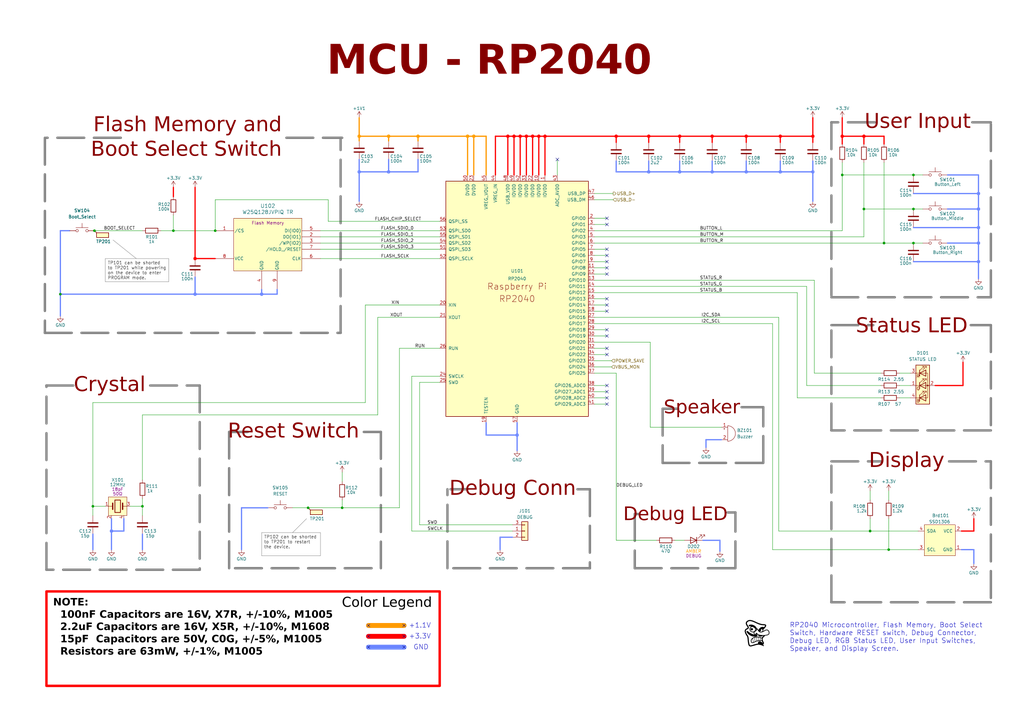
<source format=kicad_sch>
(kicad_sch (version 20230121) (generator eeschema)
  (paper "A3")
  (title_block (title "RamaPotchi") (date "2023-12-21") (rev "0.3") (company "Goblin Hardwerks"))
  (junction (at 401.32 85.725) (diameter 1.25) (color 105 132 255 1))
  (junction (at 252.73 55.88) (diameter 1.25) (color 255 0 0 1))
  (junction (at 306.07 70.485) (diameter 1.25) (color 105 132 255 1))
  (junction (at 147.32 55.88) (diameter 1.25) (color 255 153 0 1))
  (junction (at 333.375 55.88) (diameter 1.25) (color 255 0 0 1))
  (junction (at 362.585 99.695))
  (junction (at 38.1 207.645))
  (junction (at 278.765 70.485) (diameter 1.25) (color 105 132 255 1))
  (junction (at 140.335 208.28))
  (junction (at 306.07 55.88) (diameter 1.25) (color 255 0 0 1))
  (junction (at 107.315 120.65) (diameter 1.25) (color 105 132 255 1))
  (junction (at 126.365 208.28))
  (junction (at 223.52 55.88) (diameter 1.25) (color 255 0 0 1))
  (junction (at 194.31 55.88) (diameter 1.25) (color 255 153 0 1))
  (junction (at 218.44 55.88) (diameter 1.25) (color 255 0 0 1))
  (junction (at 215.9 55.88) (diameter 1.25) (color 255 0 0 1))
  (junction (at 159.385 55.88) (diameter 1.25) (color 255 153 0 1))
  (junction (at 333.375 70.485) (diameter 1.25) (color 105 132 255 1))
  (junction (at 320.04 70.485) (diameter 1.25) (color 105 132 255 1))
  (junction (at 58.42 207.645))
  (junction (at 191.77 55.88) (diameter 1.25) (color 255 153 0 1))
  (junction (at 292.1 70.485) (diameter 1.25) (color 105 132 255 1))
  (junction (at 210.82 55.88) (diameter 1.25) (color 255 0 0 1))
  (junction (at 159.385 70.485) (diameter 1.25) (color 105 132 255 1))
  (junction (at 320.04 55.88) (diameter 1.25) (color 255 0 0 1))
  (junction (at 80.01 106.045) (diameter 1.25) (color 255 0 0 1))
  (junction (at 266.065 70.485) (diameter 1.25) (color 105 132 255 1))
  (junction (at 80.01 120.65) (diameter 1.25) (color 105 132 255 1))
  (junction (at 220.98 55.88) (diameter 1.25) (color 255 0 0 1))
  (junction (at 292.1 55.88) (diameter 1.25) (color 255 0 0 1))
  (junction (at 88.265 94.615))
  (junction (at 345.44 55.88) (diameter 1.25) (color 255 0 0 1))
  (junction (at 71.12 94.615))
  (junction (at 213.36 55.88) (diameter 1.25) (color 255 0 0 1))
  (junction (at 212.09 178.435) (diameter 1.25) (color 105 132 255 1))
  (junction (at 374.65 99.695))
  (junction (at 356.87 217.805))
  (junction (at 45.72 217.805) (diameter 1.25) (color 105 132 255 1))
  (junction (at 208.28 55.88) (diameter 1.25) (color 255 0 0 1))
  (junction (at 374.65 71.755))
  (junction (at 38.735 94.615))
  (junction (at 266.065 55.88) (diameter 1.25) (color 255 0 0 1))
  (junction (at 354.33 85.725))
  (junction (at 147.32 70.485) (diameter 1.25) (color 105 132 255 1))
  (junction (at 374.65 85.725))
  (junction (at 364.49 225.425))
  (junction (at 401.32 107.315) (diameter 1.25) (color 105 132 255 1))
  (junction (at 401.32 79.375) (diameter 1.25) (color 105 132 255 1))
  (junction (at 401.32 99.695) (diameter 1.25) (color 105 132 255 1))
  (junction (at 345.44 71.755))
  (junction (at 278.765 55.88) (diameter 1.25) (color 255 0 0 1))
  (junction (at 401.32 93.345) (diameter 1.25) (color 105 132 255 1))
  (junction (at 354.33 55.88) (diameter 1.25) (color 255 0 0 1))
  (junction (at 24.765 120.65))
  (junction (at 171.45 55.88) (diameter 1.25) (color 255 153 0 1))
  (no_connect (at 165.735 256.54))
  (no_connect (at 151.13 256.54))
  (no_connect (at 248.92 104.775))
  (no_connect (at 248.92 102.235))
  (no_connect (at 248.92 137.795))
  (no_connect (at 248.92 92.075))
  (no_connect (at 248.92 125.095))
  (no_connect (at 248.92 122.555))
  (no_connect (at 248.92 112.395))
  (no_connect (at 248.92 127.635))
  (no_connect (at 248.92 160.655))
  (no_connect (at 248.92 142.875))
  (no_connect (at 248.92 109.855))
  (no_connect (at 248.92 145.415))
  (no_connect (at 151.13 265.43))
  (no_connect (at 248.92 165.735))
  (no_connect (at 151.13 260.985))
  (no_connect (at 248.92 107.315))
  (no_connect (at 248.92 163.195))
  (no_connect (at 165.735 260.985))
  (no_connect (at 248.92 89.535))
  (no_connect (at 165.735 265.43))
  (no_connect (at 228.6 65.405))
  (no_connect (at 248.92 158.115))
  (no_connect (at 248.92 135.255))
  (wire (pts (xy 368.935 153.035) (xy 373.38 153.035)))
  (wire (pts (xy 210.82 55.88) (xy 210.82 71.755)) (stroke (width 0.5) (color 255 0 0 1)))
  (wire (pts (xy 172.085 215.265) (xy 210.185 215.265)))
  (wire (pts (xy 362.585 59.055) (xy 362.585 55.88)) (stroke (width 0.5) (color 255 0 0 1)))
  (wire (pts (xy 199.39 173.355) (xy 199.39 178.435)) (stroke (width 0.5) (color 105 132 255 1)))
  (wire (pts (xy 394.97 158.115) (xy 383.54 158.115)) (stroke (width 0.5) (color 255 0 0 1)))
  (wire (pts (xy 58.42 204.47) (xy 58.42 207.645)))
  (polyline (pts (xy 340.995 176.53) (xy 340.995 133.35)) (stroke (width 1) (type dash) (color 132 132 132 1)))
  (wire (pts (xy 374.65 85.725) (xy 378.46 85.725)))
  (wire (pts (xy 248.92 160.655) (xy 243.84 160.655)))
  (wire (pts (xy 401.32 85.725) (xy 401.32 93.345)) (stroke (width 0.5) (color 105 132 255 1)))
  (wire (pts (xy 362.585 55.88) (xy 354.33 55.88)) (stroke (width 0.5) (color 255 0 0 1)))
  (polyline (pts (xy 183.515 233.045) (xy 183.515 200.66)) (stroke (width 1) (type dash) (color 132 132 132 1)))
  (wire (pts (xy 327.025 163.195) (xy 361.315 163.195)))
  (wire (pts (xy 149.86 125.095) (xy 180.34 125.095)))
  (wire (pts (xy 306.07 55.88) (xy 320.04 55.88)) (stroke (width 0.5) (color 255 0 0 1)))
  (wire (pts (xy 199.39 55.88) (xy 199.39 71.755)) (stroke (width 0.5) (color 255 153 0 1)))
  (polyline (pts (xy 241.935 233.045) (xy 183.515 233.045)) (stroke (width 1) (type dash) (color 132 132 132 1)))
  (wire (pts (xy 149.86 125.095) (xy 149.86 165.1)))
  (wire (pts (xy 58.42 170.18) (xy 58.42 196.85)))
  (wire (pts (xy 199.39 178.435) (xy 212.09 178.435)) (stroke (width 0.5) (color 105 132 255 1)))
  (wire (pts (xy 194.31 55.88) (xy 199.39 55.88)) (stroke (width 0.5) (color 255 153 0 1)))
  (wire (pts (xy 292.1 66.04) (xy 292.1 70.485)) (stroke (width 0.5) (color 105 132 255 1)))
  (wire (pts (xy 354.33 97.155) (xy 354.33 85.725)))
  (wire (pts (xy 399.415 212.725) (xy 399.415 217.805)) (stroke (width 0.5) (color 255 0 0 1)))
  (wire (pts (xy 147.32 55.88) (xy 159.385 55.88)) (stroke (width 0.5) (color 255 153 0 1)))
  (wire (pts (xy 24.765 120.65) (xy 24.765 129.54)) (stroke (width 0.5) (color 105 132 255 1)))
  (wire (pts (xy 278.765 66.04) (xy 278.765 70.485)) (stroke (width 0.5) (color 105 132 255 1)))
  (wire (pts (xy 38.1 207.645) (xy 38.1 211.455)))
  (wire (pts (xy 38.1 165.1) (xy 38.1 207.645)))
  (wire (pts (xy 280.67 221.615) (xy 276.86 221.615)))
  (wire (pts (xy 210.82 55.88) (xy 213.36 55.88)) (stroke (width 0.5) (color 255 0 0 1)))
  (wire (pts (xy 213.36 55.88) (xy 213.36 71.755)) (stroke (width 0.5) (color 255 0 0 1)))
  (wire (pts (xy 394.335 225.425) (xy 399.415 225.425)) (stroke (width 0.5) (color 105 132 255 1)))
  (wire (pts (xy 333.375 70.485) (xy 333.375 66.04)) (stroke (width 0.5) (color 105 132 255 1)))
  (wire (pts (xy 327.025 120.015) (xy 327.025 163.195)))
  (polyline (pts (xy 61.595 158.115) (xy 81.915 158.115)) (stroke (width 1) (type dash) (color 132 132 132 1)))
  (wire (pts (xy 334.01 114.935) (xy 334.01 153.035)))
  (wire (pts (xy 354.33 55.88) (xy 354.33 59.055)) (stroke (width 0.5) (color 255 0 0 1)))
  (wire (pts (xy 223.52 55.88) (xy 223.52 71.755)) (stroke (width 0.5) (color 255 0 0 1)))
  (polyline (pts (xy 406.4 189.23) (xy 406.4 247.015)) (stroke (width 1) (type dash) (color 132 132 132 1)))
  (wire (pts (xy 364.49 225.425) (xy 376.555 225.425)))
  (wire (pts (xy 401.32 93.345) (xy 401.32 99.695)) (stroke (width 0.5) (color 105 132 255 1)))
  (wire (pts (xy 45.72 212.725) (xy 45.72 217.805)) (stroke (width 0.5) (color 105 132 255 1)))
  (wire (pts (xy 80.01 76.835) (xy 80.01 106.045)) (stroke (width 0.5) (color 255 0 0 1)))
  (wire (pts (xy 50.8 212.725) (xy 50.8 217.805)) (stroke (width 0.5) (color 105 132 255 1)))
  (polyline (pts (xy 340.995 50.165) (xy 340.995 121.92)) (stroke (width 1) (type dash) (color 132 132 132 1)))
  (wire (pts (xy 171.45 70.485) (xy 159.385 70.485)) (stroke (width 0.5) (color 105 132 255 1)))
  (wire (pts (xy 159.385 55.88) (xy 159.385 57.785)) (stroke (width 0.5) (color 255 153 0 1)))
  (wire (pts (xy 248.92 135.255) (xy 243.84 135.255)))
  (wire (pts (xy 147.32 55.88) (xy 147.32 57.785)) (stroke (width 0.5) (color 255 153 0 1)))
  (wire (pts (xy 316.865 132.715) (xy 316.865 225.425)))
  (wire (pts (xy 220.98 55.88) (xy 223.52 55.88)) (stroke (width 0.5) (color 255 0 0 1)))
  (polyline (pts (xy 271.78 167.64) (xy 271.78 189.865)) (stroke (width 1) (type dash) (color 132 132 132 1)))
  (wire (pts (xy 248.92 104.775) (xy 243.84 104.775)))
  (wire (pts (xy 107.315 118.745) (xy 107.315 120.65)) (stroke (width 0.5) (color 105 132 255 1)))
  (wire (pts (xy 208.28 55.88) (xy 203.2 55.88)) (stroke (width 0.5) (color 255 0 0 1)))
  (wire (pts (xy 345.44 71.755) (xy 374.65 71.755)))
  (wire (pts (xy 252.73 55.88) (xy 266.065 55.88)) (stroke (width 0.5) (color 255 0 0 1)))
  (wire (pts (xy 320.04 70.485) (xy 306.07 70.485)) (stroke (width 0.5) (color 105 132 255 1)))
  (wire (pts (xy 295.275 221.615) (xy 295.275 226.06)) (stroke (width 0.5) (color 105 132 255 1)))
  (polyline (pts (xy 271.78 189.865) (xy 313.055 189.865)) (stroke (width 1) (type dash) (color 132 132 132 1)))
  (wire (pts (xy 248.92 142.875) (xy 243.84 142.875)))
  (wire (pts (xy 278.765 55.88) (xy 278.765 58.42)) (stroke (width 0.5) (color 255 0 0 1)))
  (wire (pts (xy 147.32 65.405) (xy 147.32 70.485)) (stroke (width 0.5) (color 105 132 255 1)))
  (wire (pts (xy 88.265 81.915) (xy 134.62 81.915)))
  (wire (pts (xy 243.84 94.615) (xy 345.44 94.615)))
  (wire (pts (xy 248.92 127.635) (xy 243.84 127.635)))
  (wire (pts (xy 80.01 106.045) (xy 88.265 106.045)) (stroke (width 0.5) (color 255 0 0 1)))
  (wire (pts (xy 288.29 221.615) (xy 295.275 221.615)) (stroke (width 0.5) (color 105 132 255 1)))
  (wire (pts (xy 289.56 180.34) (xy 295.91 180.34)) (stroke (width 0.5) (color 105 132 255 1)))
  (wire (pts (xy 151.13 256.54) (xy 165.735 256.54)) (stroke (width 2) (color 255 153 0 1)))
  (wire (pts (xy 333.375 70.485) (xy 333.375 82.55)) (stroke (width 0.5) (color 105 132 255 1)))
  (wire (pts (xy 208.28 55.88) (xy 210.82 55.88)) (stroke (width 0.5) (color 255 0 0 1)))
  (wire (pts (xy 345.44 55.88) (xy 345.44 59.055)) (stroke (width 0.5) (color 255 0 0 1)))
  (polyline (pts (xy 125.73 212.725) (xy 120.015 218.44)) (stroke (width 0) (color 132 132 132 1)))
  (wire (pts (xy 364.49 212.725) (xy 364.49 225.425)))
  (wire (pts (xy 99.06 225.425) (xy 99.06 208.28)) (stroke (width 0.5) (color 105 132 255 1)))
  (wire (pts (xy 163.83 142.875) (xy 180.34 142.875)))
  (wire (pts (xy 208.28 71.755) (xy 208.28 55.88)) (stroke (width 0.5) (color 255 0 0 1)))
  (polyline (pts (xy 406.4 247.015) (xy 340.995 247.015)) (stroke (width 1) (type dash) (color 132 132 132 1)))
  (wire (pts (xy 126.365 208.28) (xy 140.335 208.28)))
  (wire (pts (xy 401.32 79.375) (xy 401.32 85.725)) (stroke (width 0.5) (color 105 132 255 1)))
  (wire (pts (xy 320.04 66.04) (xy 320.04 70.485)) (stroke (width 0.5) (color 105 132 255 1)))
  (wire (pts (xy 248.92 125.095) (xy 243.84 125.095)))
  (polyline (pts (xy 19.05 233.68) (xy 19.05 158.115)) (stroke (width 1) (type dash) (color 132 132 132 1)))
  (wire (pts (xy 205.105 220.345) (xy 205.105 225.425)) (stroke (width 0.5) (color 105 132 255 1)))
  (wire (pts (xy 151.13 260.985) (xy 165.735 260.985)) (stroke (width 2) (color 255 0 0 1)))
  (polyline (pts (xy 152.4 233.045) (xy 93.98 233.045)) (stroke (width 1) (type dash) (color 132 132 132 1)))
  (polyline (pts (xy 93.98 177.165) (xy 101.6 177.165)) (stroke (width 1) (type dash) (color 132 132 132 1)))
  (wire (pts (xy 362.585 66.675) (xy 362.585 99.695)))
  (wire (pts (xy 266.065 66.04) (xy 266.065 70.485)) (stroke (width 0.5) (color 105 132 255 1)))
  (wire (pts (xy 278.765 55.88) (xy 292.1 55.88)) (stroke (width 0.5) (color 255 0 0 1)))
  (wire (pts (xy 159.385 65.405) (xy 159.385 70.485)) (stroke (width 0.5) (color 105 132 255 1)))
  (wire (pts (xy 320.04 70.485) (xy 333.375 70.485)) (stroke (width 0.5) (color 105 132 255 1)))
  (wire (pts (xy 58.42 207.645) (xy 58.42 211.455)))
  (wire (pts (xy 53.34 207.645) (xy 58.42 207.645)))
  (wire (pts (xy 140.335 193.675) (xy 140.335 197.485)))
  (wire (pts (xy 58.42 170.18) (xy 154.94 170.18)))
  (wire (pts (xy 251.46 81.915) (xy 243.84 81.915)))
  (wire (pts (xy 140.335 208.28) (xy 163.83 208.28)))
  (wire (pts (xy 191.77 55.88) (xy 194.31 55.88)) (stroke (width 0.5) (color 255 153 0 1)))
  (polyline (pts (xy 81.915 233.68) (xy 19.05 233.68)) (stroke (width 1) (type dash) (color 132 132 132 1)))
  (wire (pts (xy 58.42 219.075) (xy 58.42 225.425)) (stroke (width 0.5) (color 105 132 255 1)))
  (wire (pts (xy 374.65 107.315) (xy 401.32 107.315)) (stroke (width 0.5) (color 105 132 255 1)))
  (wire (pts (xy 131.445 99.695) (xy 180.34 99.695)))
  (polyline (pts (xy 93.98 233.045) (xy 93.98 177.165)) (stroke (width 1) (type dash) (color 132 132 132 1)))
  (wire (pts (xy 374.65 79.375) (xy 401.32 79.375)) (stroke (width 0.5) (color 105 132 255 1)))
  (wire (pts (xy 356.87 212.725) (xy 356.87 217.805)))
  (wire (pts (xy 320.04 55.88) (xy 320.04 58.42)) (stroke (width 0.5) (color 255 0 0 1)))
  (wire (pts (xy 243.84 117.475) (xy 330.835 117.475)))
  (wire (pts (xy 172.085 156.845) (xy 180.34 156.845)))
  (wire (pts (xy 210.185 217.805) (xy 168.91 217.805)))
  (wire (pts (xy 120.015 208.28) (xy 126.365 208.28)))
  (wire (pts (xy 388.62 99.695) (xy 401.32 99.695)) (stroke (width 0.5) (color 105 132 255 1)))
  (wire (pts (xy 345.44 48.26) (xy 345.44 55.88)) (stroke (width 0.5) (color 255 0 0 1)))
  (polyline (pts (xy 406.4 176.53) (xy 340.995 176.53)) (stroke (width 1) (type dash) (color 132 132 132 1)))
  (wire (pts (xy 38.735 94.615) (xy 58.42 94.615)))
  (wire (pts (xy 38.1 207.645) (xy 43.18 207.645)))
  (polyline (pts (xy 184.785 200.66) (xy 191.135 200.66)) (stroke (width 1) (type dash) (color 132 132 132 1)))
  (polyline (pts (xy 260.35 210.82) (xy 260.35 233.045)) (stroke (width 1) (type dash) (color 132 132 132 1)))
  (wire (pts (xy 243.84 132.715) (xy 316.865 132.715)))
  (polyline (pts (xy 49.53 56.515) (xy 19.05 56.515)) (stroke (width 1) (type dash) (color 132 132 132 1)))
  (wire (pts (xy 364.49 225.425) (xy 316.865 225.425)))
  (polyline (pts (xy 340.995 247.015) (xy 340.995 189.23)) (stroke (width 1) (type dash) (color 132 132 132 1)))
  (wire (pts (xy 99.06 208.28) (xy 109.855 208.28)) (stroke (width 0.5) (color 105 132 255 1)))
  (wire (pts (xy 212.09 178.435) (xy 212.09 184.785)) (stroke (width 0.5) (color 105 132 255 1)))
  (wire (pts (xy 24.765 94.615) (xy 28.575 94.615)) (stroke (width 0.5) (color 105 132 255 1)))
  (wire (pts (xy 252.73 221.615) (xy 269.24 221.615)))
  (polyline (pts (xy 19.05 158.115) (xy 33.655 158.115)) (stroke (width 1) (type dash) (color 132 132 132 1)))
  (wire (pts (xy 131.445 102.235) (xy 180.34 102.235)))
  (wire (pts (xy 248.92 107.315) (xy 243.84 107.315)))
  (wire (pts (xy 306.07 66.04) (xy 306.07 70.485)) (stroke (width 0.5) (color 105 132 255 1)))
  (polyline (pts (xy 398.145 133.35) (xy 406.4 133.35)) (stroke (width 1) (type dash) (color 132 132 132 1)))
  (polyline (pts (xy 406.4 121.92) (xy 406.4 50.165)) (stroke (width 1) (type dash) (color 132 132 132 1)))
  (wire (pts (xy 243.84 114.935) (xy 334.01 114.935)))
  (polyline (pts (xy 81.915 158.115) (xy 81.915 233.68)) (stroke (width 1) (type dash) (color 132 132 132 1)))
  (polyline (pts (xy 301.625 233.045) (xy 301.625 210.185)) (stroke (width 1) (type dash) (color 132 132 132 1)))
  (wire (pts (xy 151.13 265.43) (xy 165.735 265.43)) (stroke (width 2) (color 105 132 255 1)))
  (wire (pts (xy 205.105 220.345) (xy 210.185 220.345)) (stroke (width 0.5) (color 105 132 255 1)))
  (wire (pts (xy 248.92 112.395) (xy 243.84 112.395)))
  (wire (pts (xy 345.44 66.675) (xy 345.44 71.755)))
  (wire (pts (xy 250.825 147.955) (xy 243.84 147.955)))
  (wire (pts (xy 24.765 94.615) (xy 24.765 120.65)) (stroke (width 0.5) (color 105 132 255 1)))
  (wire (pts (xy 168.91 154.305) (xy 180.34 154.305)))
  (wire (pts (xy 243.84 120.015) (xy 327.025 120.015)))
  (wire (pts (xy 252.73 153.035) (xy 252.73 221.615)))
  (wire (pts (xy 171.45 55.88) (xy 191.77 55.88)) (stroke (width 0.5) (color 255 153 0 1)))
  (wire (pts (xy 295.91 175.26) (xy 266.7 175.26)))
  (wire (pts (xy 215.9 55.88) (xy 215.9 71.755)) (stroke (width 0.5) (color 255 0 0 1)))
  (wire (pts (xy 266.065 70.485) (xy 278.765 70.485)) (stroke (width 0.5) (color 105 132 255 1)))
  (wire (pts (xy 292.1 55.88) (xy 306.07 55.88)) (stroke (width 0.5) (color 255 0 0 1)))
  (wire (pts (xy 333.375 55.88) (xy 333.375 58.42)) (stroke (width 0.5) (color 255 0 0 1)))
  (wire (pts (xy 306.07 55.88) (xy 306.07 58.42)) (stroke (width 0.5) (color 255 0 0 1)))
  (polyline (pts (xy 398.78 50.165) (xy 406.4 50.165)) (stroke (width 1) (type dash) (color 132 132 132 1)))
  (wire (pts (xy 223.52 55.88) (xy 252.73 55.88)) (stroke (width 0.5) (color 255 0 0 1)))
  (wire (pts (xy 368.935 158.115) (xy 373.38 158.115)))
  (wire (pts (xy 45.72 217.805) (xy 45.72 225.425)) (stroke (width 0.5) (color 105 132 255 1)))
  (wire (pts (xy 147.32 70.485) (xy 147.32 82.55)) (stroke (width 0.5) (color 105 132 255 1)))
  (wire (pts (xy 131.445 106.045) (xy 180.34 106.045)))
  (wire (pts (xy 266.065 55.88) (xy 266.065 58.42)) (stroke (width 0.5) (color 255 0 0 1)))
  (wire (pts (xy 248.92 89.535) (xy 243.84 89.535)))
  (polyline (pts (xy 241.935 200.66) (xy 241.935 233.045)) (stroke (width 1) (type dash) (color 132 132 132 1)))
  (polyline (pts (xy 340.995 121.92) (xy 406.4 121.92)) (stroke (width 1) (type dash) (color 132 132 132 1)))
  (wire (pts (xy 24.765 120.65) (xy 80.01 120.65)) (stroke (width 0.5) (color 105 132 255 1)))
  (wire (pts (xy 388.62 85.725) (xy 401.32 85.725)) (stroke (width 0.5) (color 105 132 255 1)))
  (wire (pts (xy 356.87 217.805) (xy 319.405 217.805)))
  (wire (pts (xy 134.62 90.805) (xy 134.62 81.915)))
  (wire (pts (xy 345.44 94.615) (xy 345.44 71.755)))
  (wire (pts (xy 220.98 55.88) (xy 220.98 71.755)) (stroke (width 0.5) (color 255 0 0 1)))
  (polyline (pts (xy 18.415 56.515) (xy 18.415 136.525)) (stroke (width 1) (type dash) (color 132 132 132 1)))
  (wire (pts (xy 278.765 70.485) (xy 292.1 70.485)) (stroke (width 0.5) (color 105 132 255 1)))
  (wire (pts (xy 356.87 217.805) (xy 376.555 217.805)))
  (wire (pts (xy 394.97 148.59) (xy 394.97 158.115)) (stroke (width 0.5) (color 255 0 0 1)))
  (wire (pts (xy 248.92 137.795) (xy 243.84 137.795)))
  (wire (pts (xy 289.56 180.34) (xy 289.56 183.515)) (stroke (width 0.5) (color 105 132 255 1)))
  (wire (pts (xy 140.335 205.105) (xy 140.335 208.28)))
  (wire (pts (xy 252.73 70.485) (xy 266.065 70.485)) (stroke (width 0.5) (color 105 132 255 1)))
  (wire (pts (xy 88.265 81.915) (xy 88.265 94.615)))
  (wire (pts (xy 213.36 55.88) (xy 215.9 55.88)) (stroke (width 0.5) (color 255 0 0 1)))
  (wire (pts (xy 248.92 109.855) (xy 243.84 109.855)))
  (wire (pts (xy 374.65 93.345) (xy 401.32 93.345)) (stroke (width 0.5) (color 105 132 255 1)))
  (wire (pts (xy 154.94 130.175) (xy 154.94 170.18)))
  (wire (pts (xy 356.87 201.295) (xy 356.87 205.105)))
  (wire (pts (xy 252.73 58.42) (xy 252.73 55.88)) (stroke (width 0.5) (color 255 0 0 1)))
  (wire (pts (xy 163.83 208.28) (xy 163.83 142.875)))
  (wire (pts (xy 38.1 165.1) (xy 149.86 165.1)))
  (wire (pts (xy 252.73 153.035) (xy 243.84 153.035)))
  (polyline (pts (xy 298.45 210.185) (xy 301.625 210.185)) (stroke (width 1) (type dash) (color 132 132 132 1)))
  (polyline (pts (xy 236.855 200.66) (xy 241.935 200.66)) (stroke (width 1) (type dash) (color 132 132 132 1)))
  (wire (pts (xy 248.92 163.195) (xy 243.84 163.195)))
  (wire (pts (xy 248.92 145.415) (xy 243.84 145.415)))
  (wire (pts (xy 66.04 94.615) (xy 71.12 94.615)))
  (polyline (pts (xy 304.165 167.005) (xy 313.055 167.005)) (stroke (width 1) (type dash) (color 132 132 132 1)))
  (wire (pts (xy 319.405 130.175) (xy 319.405 217.805)))
  (wire (pts (xy 248.92 122.555) (xy 243.84 122.555)))
  (polyline (pts (xy 406.4 133.35) (xy 406.4 176.53)) (stroke (width 1) (type dash) (color 132 132 132 1)))
  (wire (pts (xy 71.12 88.265) (xy 71.12 94.615)))
  (wire (pts (xy 147.32 48.26) (xy 147.32 55.88)) (stroke (width 0.5) (color 255 153 0 1)))
  (wire (pts (xy 401.32 71.755) (xy 401.32 79.375)) (stroke (width 0.5) (color 105 132 255 1)))
  (wire (pts (xy 368.935 163.195) (xy 373.38 163.195)))
  (wire (pts (xy 401.32 114.3) (xy 401.32 107.315)) (stroke (width 0.5) (color 105 132 255 1)))
  (wire (pts (xy 266.7 175.26) (xy 266.7 140.335)))
  (wire (pts (xy 334.01 153.035) (xy 361.315 153.035)))
  (wire (pts (xy 159.385 70.485) (xy 147.32 70.485)) (stroke (width 0.5) (color 105 132 255 1)))
  (wire (pts (xy 212.09 173.355) (xy 212.09 178.435)) (stroke (width 0.5) (color 105 132 255 1)))
  (wire (pts (xy 292.1 70.485) (xy 306.07 70.485)) (stroke (width 0.5) (color 105 132 255 1)))
  (wire (pts (xy 171.45 55.88) (xy 171.45 57.785)) (stroke (width 0.5) (color 255 153 0 1)))
  (wire (pts (xy 330.835 117.475) (xy 330.835 158.115)))
  (wire (pts (xy 388.62 71.755) (xy 401.32 71.755)) (stroke (width 0.5) (color 105 132 255 1)))
  (wire (pts (xy 248.92 92.075) (xy 243.84 92.075)))
  (wire (pts (xy 248.92 158.115) (xy 243.84 158.115)))
  (polyline (pts (xy 313.055 189.865) (xy 313.055 167.005)) (stroke (width 1) (type dash) (color 132 132 132 1)))
  (wire (pts (xy 320.04 55.88) (xy 333.375 55.88)) (stroke (width 0.5) (color 255 0 0 1)))
  (wire (pts (xy 134.62 90.805) (xy 180.34 90.805)))
  (wire (pts (xy 80.01 113.665) (xy 80.01 120.65)) (stroke (width 0.5) (color 105 132 255 1)))
  (wire (pts (xy 243.84 130.175) (xy 319.405 130.175)))
  (wire (pts (xy 113.665 118.745) (xy 113.665 120.65)) (stroke (width 0.5) (color 105 132 255 1)))
  (wire (pts (xy 113.665 120.65) (xy 107.315 120.65)) (stroke (width 0.5) (color 105 132 255 1)))
  (wire (pts (xy 252.73 66.04) (xy 252.73 70.485)) (stroke (width 0.5) (color 105 132 255 1)))
  (wire (pts (xy 374.65 99.695) (xy 378.46 99.695)))
  (polyline (pts (xy 340.995 133.35) (xy 358.14 133.35)) (stroke (width 1) (type dash) (color 132 132 132 1)))
  (polyline (pts (xy 139.7 136.525) (xy 139.7 56.515)) (stroke (width 1) (type dash) (color 132 132 132 1)))
  (wire (pts (xy 131.445 97.155) (xy 180.34 97.155)))
  (polyline (pts (xy 340.995 189.23) (xy 361.315 189.23)) (stroke (width 1) (type dash) (color 132 132 132 1)))
  (wire (pts (xy 218.44 55.88) (xy 218.44 71.755)) (stroke (width 0.5) (color 255 0 0 1)))
  (wire (pts (xy 243.84 99.695) (xy 362.585 99.695)))
  (polyline (pts (xy 46.355 98.425) (xy 55.88 106.045)) (stroke (width 0) (color 132 132 132 1)))
  (wire (pts (xy 250.825 150.495) (xy 243.84 150.495)))
  (wire (pts (xy 330.835 158.115) (xy 361.315 158.115)))
  (wire (pts (xy 154.94 130.175) (xy 180.34 130.175)))
  (polyline (pts (xy 117.475 56.515) (xy 140.335 56.515)) (stroke (width 1) (type dash) (color 132 132 132 1)))
  (wire (pts (xy 215.9 55.88) (xy 218.44 55.88)) (stroke (width 0.5) (color 255 0 0 1)))
  (wire (pts (xy 203.2 55.88) (xy 203.2 71.755)) (stroke (width 0.5) (color 255 0 0 1)))
  (wire (pts (xy 354.33 66.675) (xy 354.33 85.725)))
  (wire (pts (xy 399.415 217.805) (xy 394.335 217.805)) (stroke (width 0.5) (color 255 0 0 1)))
  (wire (pts (xy 172.085 156.845) (xy 172.085 215.265)))
  (wire (pts (xy 71.12 94.615) (xy 88.265 94.615)))
  (wire (pts (xy 364.49 201.295) (xy 364.49 205.105)))
  (wire (pts (xy 228.6 65.405) (xy 228.6 71.755)))
  (wire (pts (xy 159.385 55.88) (xy 171.45 55.88)) (stroke (width 0.5) (color 255 153 0 1)))
  (wire (pts (xy 191.77 71.755) (xy 191.77 55.88)) (stroke (width 0.5) (color 255 153 0 1)))
  (polyline (pts (xy 156.21 177.165) (xy 156.21 233.045)) (stroke (width 1) (type dash) (color 132 132 132 1)))
  (wire (pts (xy 194.31 71.755) (xy 194.31 55.88)) (stroke (width 0.5) (color 255 153 0 1)))
  (polyline (pts (xy 18.415 136.525) (xy 139.7 136.525)) (stroke (width 1) (type dash) (color 132 132 132 1)))
  (polyline (pts (xy 262.255 210.82) (xy 260.35 210.82)) (stroke (width 1) (type dash) (color 132 132 132 1)))
  (polyline (pts (xy 149.225 177.165) (xy 156.21 177.165)) (stroke (width 1) (type dash) (color 132 132 132 1)))
  (wire (pts (xy 218.44 55.88) (xy 220.98 55.88)) (stroke (width 0.5) (color 255 0 0 1)))
  (wire (pts (xy 266.065 55.88) (xy 278.765 55.88)) (stroke (width 0.5) (color 255 0 0 1)))
  (wire (pts (xy 171.45 65.405) (xy 171.45 70.485)) (stroke (width 0.5) (color 105 132 255 1)))
  (wire (pts (xy 80.01 120.65) (xy 107.315 120.65)) (stroke (width 0.5) (color 105 132 255 1)))
  (wire (pts (xy 401.32 99.695) (xy 401.32 107.315)) (stroke (width 0.5) (color 105 132 255 1)))
  (wire (pts (xy 399.415 225.425) (xy 399.415 231.14)) (stroke (width 0.5) (color 105 132 255 1)))
  (wire (pts (xy 248.92 165.735) (xy 243.84 165.735)))
  (wire (pts (xy 248.92 102.235) (xy 243.84 102.235)))
  (wire (pts (xy 362.585 99.695) (xy 374.65 99.695)))
  (polyline (pts (xy 389.255 189.23) (xy 406.4 189.23)) (stroke (width 1) (type dash) (color 132 132 132 1)))
  (polyline (pts (xy 278.13 167.64) (xy 271.78 167.64)) (stroke (width 1) (type dash) (color 132 132 132 1)))
  (wire (pts (xy 374.65 71.755) (xy 378.46 71.755)))
  (wire (pts (xy 292.1 55.88) (xy 292.1 58.42)) (stroke (width 0.5) (color 255 0 0 1)))
  (polyline (pts (xy 358.775 50.165) (xy 340.995 50.165)) (stroke (width 1) (type dash) (color 132 132 132 1)))
  (wire (pts (xy 38.1 219.075) (xy 38.1 225.425)) (stroke (width 0.5) (color 105 132 255 1)))
  (wire (pts (xy 354.33 85.725) (xy 374.65 85.725)))
  (wire (pts (xy 243.84 97.155) (xy 354.33 97.155)))
  (wire (pts (xy 131.445 94.615) (xy 180.34 94.615)))
  (wire (pts (xy 354.33 55.88) (xy 345.44 55.88)) (stroke (width 0.5) (color 255 0 0 1)))
  (wire (pts (xy 50.8 217.805) (xy 45.72 217.805)) (stroke (width 0.5) (color 105 132 255 1)))
  (wire (pts (xy 168.91 154.305) (xy 168.91 217.805)))
  (wire (pts (xy 333.375 55.88) (xy 333.375 48.26)) (stroke (width 0.5) (color 255 0 0 1)))
  (wire (pts (xy 251.46 79.375) (xy 243.84 79.375)))
  (wire (pts (xy 243.84 140.335) (xy 266.7 140.335)))
  (polyline (pts (xy 260.35 233.045) (xy 301.625 233.045)) (stroke (width 1) (type dash) (color 132 132 132 1)))
  (wire (pts (xy 71.12 76.835) (xy 71.12 80.645)) (stroke (width 0.5) (color 255 0 0 1)))
  (image (at 310.515 259.715) (scale 0.28581))
  (text_box "TP101 can be shorted\nto TP201 while powering\non the device to enter\nPROGRAM mode." (at 43.18 106.045 0) (size 26.035 9.525) (stroke (width 0) (color 132 132 132 1)) (effects (font (size 1.27 1.27)) (justify left top)))
  (text_box "NOTE:\n  100nF Capacitors are 16V, X7R, +/-10%, M1005\n  2.2uF Capacitors are 16V, X5R, +/-10%, M1608\n  15pF  Capacitors are 50V, C0G, +/-5%, M1005\n  Resistors are 63mW, +/-1%, M1005" (at 19.05 242.57 0) (size 161.29 38.735) (stroke (width 1) (color 255 0 0 1)) (effects (font (size 3 3) (thickness 0.508) bold) (justify left top)))
  (text_box "TP102 can be shorted\nto TP201 to restart\nthe device." (at 107.315 218.44 0) (size 24.13 9.525) (stroke (width 0) (color 132 132 132 1)) (effects (font (size 1.27 1.27)) (justify left top)))
  (text "Debug Conn" (at 236.22 205.74 0) (effects (font (size 6 6)) (justify right bottom)))
  (text "RP2040 Microcontroller, Flash Memory, Boot Select \nSwitch, Hardware RESET switch, Debug Connector,\nDebug LED, RGB Status LED, User Input Switches, \nSpeaker, and Display Screen." (at 323.85 267.335 0) (effects (font (size 2 2)) (justify left bottom)))
  (text "+3.3V" (at 167.64 262.255 0) (effects (font (size 2 2)) (justify left bottom)))
  (text "Color Legend" (at 177.165 250.825 0) (effects (font (size 4 4)) (justify right bottom)))
  (text "+1.1V" (at 167.64 257.81 0) (effects (font (size 2 2)) (justify left bottom)))
  (text "Flash Memory and\nBoot Select Switch" (at 115.57 66.675 0) (effects (font (size 6 6)) (justify right bottom)))
  (text "Reset Switch" (at 147.32 182.245 0) (effects (font (size 6 6)) (justify right bottom)))
  (text "Crystal" (at 59.69 163.195 0) (effects (font (size 6 6)) (justify right bottom)))
  (text "GND" (at 169.545 266.7 0) (effects (font (size 2 2)) (justify left bottom)))
  (text "Speaker" (at 303.53 172.085 0) (effects (font (size 5.5 5.5)) (justify right bottom)))
  (text "MCU - RP2040" (at 267.335 35.56 0) (effects (font (size 12 12) (thickness 1) bold) (justify right bottom)))
  (text "User Input" (at 398.145 55.245 0) (effects (font (size 6 6)) (justify right bottom)))
  (text "Debug LED" (at 298.45 215.9 0) (effects (font (size 5.5 5.5)) (justify right bottom)))
  (text "Status LED" (at 396.875 139.065 0) (effects (font (size 6 6)) (justify right bottom)))
  (text "Display" (at 387.35 194.31 0) (effects (font (size 6 6)) (justify right bottom)))
  (label "XIN" (at 163.83 125.095 180))
  (label "BUTTON_R" (at 287.02 99.695 0))
  (label "SWCLK" (at 175.26 217.805 0))
  (label "BOOT_SELECT" (at 42.545 94.615 0))
  (label "BUTTON_L" (at 287.02 94.615 0))
  (label "STATUS_G" (at 287.02 117.475 0))
  (label "FLASH_CHIP_SELECT" (at 153.67 90.805 0))
  (label "XOUT" (at 160.02 130.175 0))
  (label "RUN" (at 170.18 142.875 0))
  (label "DEBUG_LED" (at 252.73 200.025 0))
  (label "FLASH_SDIO_2" (at 156.21 99.695 0))
  (label "FLASH_SDIO_3" (at 156.21 102.235 0))
  (label "FLASH_SDIO_1" (at 156.21 97.155 0))
  (label "SWD" (at 175.26 215.265 0))
  (label "STATUS_R" (at 287.02 114.935 0))
  (label "I2C_SCL" (at 287.655 132.715 0))
  (label "STATUS_B" (at 287.02 120.015 0))
  (label "FLASH_SCLK" (at 156.21 106.045 0))
  (label "FLASH_SDIO_0" (at 156.21 94.615 0))
  (label "I2C_SDA" (at 287.655 130.175 0))
  (label "BUTTON_M" (at 287.02 97.155 0))
  (hierarchical_label "USB_D+" (shape output) (at 251.46 79.375 0))
  (hierarchical_label "USB_D-" (shape input) (at 251.46 81.915 0))
  (hierarchical_label "VBUS_MON" (shape input) (at 250.825 150.495 0))
  (hierarchical_label "POWER_SAVE" (shape input) (at 250.825 147.955 0))
  (symbol (lib_id "power:+1V1") (at 147.32 48.26 0) (unit 1)
    (property "Reference" "#PWR013" (effects hide))
    (property "Value" "+1V1" (at 147.32 44.45 0))
  )
  (symbol (lib_id "power:+3.3V") (at 345.44 48.26 0) (unit 1)
    (property "Reference" "#PWR05" (effects hide))
    (property "Value" "+3.3V" (at 345.44 44.45 0))
  )
  (symbol (lib_id "RamaPotchi:C") (at 374.65 75.565 0) (unit 1)
    (property "Reference" "C114" (at 368.935 78.105 0) (effects (justify left)))
    (property "Value" "100n" (at 368.935 80.01 0) (effects (justify left)))
    (property "Footprint" "Capacitor_SMD:C_0402_1005Metric" (effects hide))
    (property "Rated Voltage" "16V" (effects hide))
    (property "Operating Temperature" "X7R" (effects hide))
    (property "Tolerance" "10%" (effects hide))
    (property "Package" "M1005" (effects hide))
  )
  (symbol (lib_id "power:GND") (at 289.56 183.515 0) (unit 1)
    (property "Reference" "#PWR027" (effects hide))
    (property "Value" "GND" (at 289.56 187.325 0))
  )
  (symbol (lib_id "power:+3.3V") (at 333.375 48.26 0) (unit 1)
    (property "Reference" "#PWR020" (effects hide))
    (property "Value" "+3.3V" (at 333.375 44.45 0))
  )
  (symbol (lib_id "Device:Buzzer") (at 298.45 177.8 0) (unit 1)
    (property "Reference" "BZ101" (at 302.26 176.53 0) (effects (justify left)))
    (property "Value" "Buzzer" (at 302.26 179.07 0) (effects (justify left)))
  )
  (symbol (lib_id "power:GND") (at 38.1 225.425 0) (unit 1)
    (property "Reference" "#PWR01" (effects hide))
    (property "Value" "GND" (at 38.1 229.235 0))
  )
  (symbol (lib_id "RamaPotchi:C") (at 306.07 62.23 0) (unit 1)
    (property "Reference" "C108" (at 306.705 64.77 0) (effects (justify left)))
    (property "Value" "100n" (at 306.705 66.675 0) (effects (justify left)))
    (property "Footprint" "Capacitor_SMD:C_0402_1005Metric" (effects hide))
    (property "Rated Voltage" "16V" (effects hide))
    (property "Operating Temperature" "X7R" (effects hide))
    (property "Tolerance" "10%" (effects hide))
    (property "Package" "M1005" (effects hide))
  )
  (symbol (lib_id "RamaPotchi:SW_Push") (at 383.54 99.695 0) (unit 1)
    (property "Reference" "SW103" (at 388.62 101.6 0))
    (property "Value" "Button_Right" (at 388.62 103.505 0))
  )
  (symbol (lib_id "RamaPotchi:SW_Push") (at 114.935 208.28 0) (unit 1)
    (property "Reference" "SW105" (at 114.935 200.025 0))
    (property "Value" "RESET" (at 114.935 202.565 0))
  )
  (symbol (lib_id "RamaPotchi:R") (at 365.125 163.195 270) (unit 1)
    (property "Reference" "R107" (at 360.045 165.735 90) (effects (justify left)))
    (property "Value" "57" (at 367.03 165.735 90) (effects (justify left)))
    (property "Footprint" "Resistor_SMD:R_0402_1005Metric" (effects hide))
    (property "Power" "63mW" (effects hide))
    (property "Tolerance" "1%" (effects hide))
    (property "Package" "M1005" (effects hide))
  )
  (symbol (lib_id "power:+3.3V") (at 80.01 76.835 0) (unit 1)
    (property "Reference" "#PWR07" (effects hide))
    (property "Value" "+3.3V" (at 80.01 73.025 0))
  )
  (symbol (lib_id "RamaPotchi:C") (at 333.375 62.23 0) (unit 1)
    (property "Reference" "C110" (at 334.01 64.77 0) (effects (justify left)))
    (property "Value" "100n" (at 334.01 66.675 0) (effects (justify left)))
    (property "Footprint" "Capacitor_SMD:C_0402_1005Metric" (effects hide))
    (property "Rated Voltage" "16V" (effects hide))
    (property "Operating Temperature" "X7R" (effects hide))
    (property "Tolerance" "10%" (effects hide))
    (property "Package" "M1005" (effects hide))
  )
  (symbol (lib_id "RamaPotchi:C") (at 374.65 89.535 0) (unit 1)
    (property "Reference" "C115" (at 368.935 92.075 0) (effects (justify left)))
    (property "Value" "100n" (at 368.935 93.98 0) (effects (justify left)))
    (property "Footprint" "Capacitor_SMD:C_0402_1005Metric" (effects hide))
    (property "Rated Voltage" "16V" (effects hide))
    (property "Operating Temperature" "X7R" (effects hide))
    (property "Tolerance" "10%" (effects hide))
    (property "Package" "M1005" (effects hide))
  )
  (symbol (lib_id "power:GND") (at 212.09 184.785 0) (unit 1)
    (property "Reference" "#PWR022" (effects hide))
    (property "Value" "GND" (at 212.09 188.595 0))
  )
  (symbol (lib_id "power:+3.3V") (at 71.12 76.835 0) (unit 1)
    (property "Reference" "#PWR06" (effects hide))
    (property "Value" "+3.3V" (at 71.12 73.025 0))
  )
  (symbol (lib_id "RamaPotchi:LED") (at 284.48 221.615 180) (unit 1)
    (property "Reference" "D202" (at 284.48 224.155 0))
    (property "Value" "LED" (effects hide))
    (property "Color" "AMBER" (at 284.48 226.06 0))
    (property "Indicator" "DEBUG" (at 284.48 227.965 0))
    (instances (project "RamaPotchi" (path "" (reference "D202") (unit 1)) (path "" (reference "D102") (unit 1))))
  )
  (symbol (lib_id "power:GND") (at 58.42 225.425 0) (unit 1)
    (property "Reference" "#PWR04" (effects hide))
    (property "Value" "GND" (at 58.42 229.235 0))
  )
  (symbol (lib_id "power:GND") (at 24.765 129.54 0) (unit 1)
    (property "Reference" "#PWR03" (effects hide))
    (property "Value" "GND" (at 24.765 133.35 0))
  )
  (symbol (lib_id "RamaPotchi:C") (at 292.1 62.23 0) (unit 1)
    (property "Reference" "C107" (at 292.735 64.77 0) (effects (justify left)))
    (property "Value" "100n" (at 292.735 66.675 0) (effects (justify left)))
    (property "Footprint" "Capacitor_SMD:C_0402_1005Metric" (effects hide))
    (property "Rated Voltage" "16V" (effects hide))
    (property "Operating Temperature" "X7R" (effects hide))
    (property "Tolerance" "10%" (effects hide))
    (property "Package" "M1005" (effects hide))
  )
  (symbol (lib_id "RamaPotchi:R") (at 345.44 62.865 0) (unit 1)
    (property "Reference" "R104" (at 346.71 61.595 0) (effects (justify left)))
    (property "Value" "10k" (at 347.345 63.5 0) (effects (justify left)))
    (property "Footprint" "Resistor_SMD:R_0402_1005Metric" (effects hide))
    (property "Power" "63mW" (effects hide))
    (property "Tolerance" "1%" (effects hide))
    (property "Package" "M1005" (effects hide))
  )
  (symbol (lib_id "RamaPotchi:Crystal_GND24") (at 48.26 207.645 0) (unit 1)
    (property "Reference" "X101" (at 48.26 196.85 0))
    (property "Value" "12MHz" (at 48.26 198.755 0))
    (property "Part Number" "ECS-120-18-23B-JTM-TR" (effects hide))
    (property "Load Capacitance" "18pF" (at 48.26 200.66 0))
    (property "Max ESR" "50Ω" (at 48.26 202.565 0))
  )
  (symbol (lib_id "power:+3.3V") (at 140.335 193.675 0) (unit 1)
    (property "Reference" "#PWR026" (effects hide))
    (property "Value" "+3.3V" (at 140.335 189.865 0))
  )
  (symbol (lib_id "power:+3.3V") (at 399.415 212.725 0) (unit 1)
    (property "Reference" "#PWR014" (effects hide))
    (property "Value" "+3.3V" (at 399.415 208.915 0))
  )
  (symbol (lib_id "RamaPotchi:R") (at 364.49 208.915 180) (unit 1)
    (property "Reference" "R109" (at 370.84 207.645 0) (effects (justify left)))
    (property "Value" "1.2k" (at 370.205 209.55 0) (effects (justify left)))
    (property "Footprint" "Resistor_SMD:R_0402_1005Metric" (effects hide))
    (property "Power" "63mW" (effects hide))
    (property "Tolerance" "1%" (effects hide))
    (property "Package" "M1005" (effects hide))
  )
  (symbol (lib_id "power:GND") (at 205.105 225.425 0) (unit 1)
    (property "Reference" "#PWR018" (effects hide))
    (property "Value" "GND" (at 205.105 229.235 0))
  )
  (symbol (lib_id "RamaPotchi:C") (at 266.065 62.23 0) (unit 1)
    (property "Reference" "C102" (at 266.7 64.77 0) (effects (justify left)))
    (property "Value" "2u2" (at 266.7 66.675 0) (effects (justify left)))
    (property "Footprint" "Capacitor_SMD:C_0402_1005Metric" (effects hide))
    (property "Rated Voltage" "16V" (effects hide))
    (property "Operating Temperature" "X7R" (effects hide))
    (property "Tolerance" "10%" (effects hide))
    (property "Package" "M1005" (effects hide))
  )
  (symbol (lib_id "RamaPotchi:W25Q128JVPIQ_TR") (at 69.215 97.155 0) (unit 1)
    (property "Reference" "U102" (at 109.855 84.455 0) (effects (font (size 1.524 1.524))))
    (property "Value" "W25Q128JVPIQ TR" (at 109.855 86.995 0) (effects (font (size 1.524 1.524))))
    (property "Footprint" "W25Q128JVPIQ_TR:WSON-8_6X5_WIN" (effects hide))
    (property "Datasheet" "https://www.winbond.com/resource-files/w25q128jv%20revf%2003272018%20plus.pdf" (effects hide))
    (property "Description" "Flash Memory" (at 109.855 91.44 0))
  )
  (symbol (lib_id "RamaPotchi:SSD1306") (at 385.445 221.615 90) (unit 1)
    (property "Reference" "Brd101" (at 382.27 211.455 90) (effects (justify right)))
    (property "Value" "SSD1306" (at 381 213.995 90) (effects (justify right)))
    (property "Footprint" "Library:SSD1306-128x64_OLED" (effects hide))
  )
  (symbol (lib_id "RamaPotchi:R") (at 365.125 158.115 270) (unit 1)
    (property "Reference" "R113" (at 360.045 160.655 90) (effects (justify left)))
    (property "Value" "2.55" (at 366.395 160.655 90) (effects (justify left)))
    (property "Footprint" "Resistor_SMD:R_0402_1005Metric" (effects hide))
    (property "Power" "63mW" (effects hide))
    (property "Tolerance" "1%" (effects hide))
    (property "Package" "M1005" (effects hide))
  )
  (symbol (lib_id "RamaPotchi:C") (at 252.73 62.23 0) (unit 1)
    (property "Reference" "C101" (at 253.365 64.77 0) (effects (justify left)))
    (property "Value" "100n" (at 253.365 66.675 0) (effects (justify left)))
    (property "Footprint" "Capacitor_SMD:C_0402_1005Metric" (effects hide))
    (property "Rated Voltage" "16V" (effects hide))
    (property "Operating Temperature" "X7R" (effects hide))
    (property "Tolerance" "10%" (effects hide))
    (property "Package" "M1005" (effects hide))
  )
  (symbol (lib_id "RamaPotchi:TestPoint_Flag") (at 38.735 94.615 0) (mirror x) (unit 1)
    (property "Reference" "TP201" (at 39.37 99.06 0) (effects (justify left)))
    (property "Value" "TestPoint_Flag" (effects hide))
    (property "Footprint" "TestPoint:TestPoint_Pad_1.0x1.0mm" (effects hide))
    (instances (project "RamaPotchi" (path "" (reference "TP201") (unit 1)) (path "" (reference "TP101") (unit 1))))
  )
  (symbol (lib_id "RamaPotchi:C") (at 159.385 61.595 0) (unit 1)
    (property "Reference" "C104" (at 160.02 64.135 0) (effects (justify left)))
    (property "Value" "100n" (at 160.02 66.04 0) (effects (justify left)))
    (property "Footprint" "Capacitor_SMD:C_0402_1005Metric" (effects hide))
    (property "Rated Voltage" "16V" (effects hide))
    (property "Operating Temperature" "X7R" (effects hide))
    (property "Tolerance" "10%" (effects hide))
    (property "Package" "M1005" (effects hide))
  )
  (symbol (lib_id "power:GND") (at 45.72 225.425 0) (unit 1)
    (property "Reference" "#PWR02" (effects hide))
    (property "Value" "GND" (at 45.72 229.235 0))
  )
  (symbol (lib_id "power:GND") (at 295.275 226.06 0) (unit 1)
    (property "Reference" "#PWR023" (effects hide))
    (property "Value" "GND" (at 295.275 229.87 0))
  )
  (symbol (lib_id "power:+3.3V") (at 356.87 201.295 0) (unit 1)
    (property "Reference" "#PWR025" (effects hide))
    (property "Value" "+3.3V" (at 356.87 197.485 0))
  )
  (symbol (lib_id "power:+3.3V") (at 364.49 201.295 0) (unit 1)
    (property "Reference" "#PWR024" (effects hide))
    (property "Value" "+3.3V" (at 364.49 197.485 0))
  )
  (symbol (lib_id "RamaPotchi:R") (at 354.33 62.865 0) (unit 1)
    (property "Reference" "R105" (at 355.6 61.595 0) (effects (justify left)))
    (property "Value" "10k" (at 356.235 63.5 0) (effects (justify left)))
    (property "Footprint" "Resistor_SMD:R_0402_1005Metric" (effects hide))
    (property "Power" "63mW" (effects hide))
    (property "Tolerance" "1%" (effects hide))
    (property "Package" "M1005" (effects hide))
  )
  (symbol (lib_id "RamaPotchi:R") (at 62.23 94.615 270) (unit 1)
    (property "Reference" "R101" (at 59.69 97.155 90) (effects (justify left)))
    (property "Value" "1k" (at 60.96 99.06 90) (effects (justify left)))
    (property "Footprint" "Resistor_SMD:R_0402_1005Metric" (effects hide))
    (property "Power" "63mW" (effects hide))
    (property "Tolerance" "1%" (effects hide))
    (property "Package" "M1005" (effects hide))
  )
  (symbol (lib_id "RamaPotchi:SW_Push") (at 33.655 94.615 0) (unit 1)
    (property "Reference" "SW104" (at 33.655 86.36 0))
    (property "Value" "Boot_Select" (at 33.655 88.9 0))
  )
  (symbol (lib_id "RamaPotchi:R") (at 140.335 201.295 0) (unit 1)
    (property "Reference" "R112" (at 141.605 200.025 0) (effects (justify left)))
    (property "Value" "10k" (at 142.24 201.93 0) (effects (justify left)))
    (property "Footprint" "Resistor_SMD:R_0402_1005Metric" (effects hide))
    (property "Power" "63mW" (effects hide))
    (property "Tolerance" "1%" (effects hide))
    (property "Package" "M1005" (effects hide))
  )
  (symbol (lib_id "power:+3.3V") (at 394.97 148.59 0) (unit 1)
    (property "Reference" "#PWR021" (effects hide))
    (property "Value" "+3.3V" (at 394.97 144.78 0))
  )
  (symbol (lib_id "RamaPotchi:C") (at 171.45 61.595 0) (unit 1)
    (property "Reference" "C105" (at 172.085 64.135 0) (effects (justify left)))
    (property "Value" "100n" (at 172.085 66.04 0) (effects (justify left)))
    (property "Footprint" "Capacitor_SMD:C_0402_1005Metric" (effects hide))
    (property "Rated Voltage" "16V" (effects hide))
    (property "Operating Temperature" "X7R" (effects hide))
    (property "Tolerance" "10%" (effects hide))
    (property "Package" "M1005" (effects hide))
  )
  (symbol (lib_id "power:GND") (at 147.32 82.55 0) (unit 1)
    (property "Reference" "#PWR08" (effects hide))
    (property "Value" "GND" (at 147.32 86.36 0))
  )
  (symbol (lib_id "RamaPotchi:RP2040") (at 212.09 122.555 0) (unit 1)
    (property "Reference" "U101" (at 209.55 111.125 0) (effects (justify left)))
    (property "Value" "RP2040" (at 208.28 114.3 0) (effects (justify left)))
    (property "Footprint" "RP2040:RP2040-QFN-56" (effects hide))
    (property "Datasheet" "https://datasheets.raspberrypi.com/rp2040/rp2040-datasheet.pdf" (effects hide))
  )
  (symbol (lib_id "RamaPotchi:LED_GARB") (at 378.46 158.115 0) (unit 1)
    (property "Reference" "D101" (at 378.46 144.78 0))
    (property "Value" "STATUS LED" (at 378.46 147.32 0))
    (property "Footprint" "E61206RGBC3UDA:RGB_LED_E6C1206RGBC3UDA" (effects hide))
  )
  (symbol (lib_id "RamaPotchi:C") (at 320.04 62.23 0) (unit 1)
    (property "Reference" "C109" (at 320.675 64.77 0) (effects (justify left)))
    (property "Value" "100n" (at 320.675 66.675 0) (effects (justify left)))
    (property "Footprint" "Capacitor_SMD:C_0402_1005Metric" (effects hide))
    (property "Rated Voltage" "16V" (effects hide))
    (property "Operating Temperature" "X7R" (effects hide))
    (property "Tolerance" "10%" (effects hide))
    (property "Package" "M1005" (effects hide))
  )
  (symbol (lib_id "RamaPotchi:C") (at 374.65 103.505 0) (unit 1)
    (property "Reference" "C116" (at 368.935 106.045 0) (effects (justify left)))
    (property "Value" "100n" (at 368.935 107.95 0) (effects (justify left)))
    (property "Footprint" "Capacitor_SMD:C_0402_1005Metric" (effects hide))
    (property "Rated Voltage" "16V" (effects hide))
    (property "Operating Temperature" "X7R" (effects hide))
    (property "Tolerance" "10%" (effects hide))
    (property "Package" "M1005" (effects hide))
  )
  (symbol (lib_id "RamaPotchi:R") (at 273.05 221.615 90) (unit 1)
    (property "Reference" "R110" (at 275.59 224.155 90) (effects (justify left)))
    (property "Value" "470" (at 274.955 226.06 90) (effects (justify left)))
    (property "Footprint" "Resistor_SMD:R_0402_1005Metric" (effects hide))
    (property "Power" "63mW" (effects hide))
    (property "Tolerance" "1%" (effects hide))
    (property "Package" "M1005" (effects hide))
  )
  (symbol (lib_id "RamaPotchi:Conn_01x03") (at 215.265 217.805 0) (mirror x) (unit 1)
    (property "Reference" "J101" (at 215.265 209.55 0))
    (property "Value" "DEBUG" (at 215.265 212.09 0))
  )
  (symbol (lib_id "RamaPotchi:R") (at 356.87 208.915 180) (unit 1)
    (property "Reference" "R108" (at 354.965 207.645 0) (effects (justify left)))
    (property "Value" "1.2k" (at 355.6 209.55 0) (effects (justify left)))
    (property "Footprint" "Resistor_SMD:R_0402_1005Metric" (effects hide))
    (property "Power" "63mW" (effects hide))
    (property "Tolerance" "1%" (effects hide))
    (property "Package" "M1005" (effects hide))
  )
  (symbol (lib_id "power:GND") (at 399.415 231.14 0) (unit 1)
    (property "Reference" "#PWR019" (effects hide))
    (property "Value" "GND" (at 399.415 234.95 0))
  )
  (symbol (lib_id "RamaPotchi:R") (at 71.12 84.455 0) (unit 1)
    (property "Reference" "R102" (at 64.77 83.82 0) (effects (justify left)))
    (property "Value" "100k" (at 64.77 85.725 0) (effects (justify left)))
    (property "Footprint" "Resistor_SMD:R_0402_1005Metric" (effects hide))
    (property "Power" "63mW" (effects hide))
    (property "Tolerance" "1%" (effects hide))
    (property "Package" "M1005" (effects hide))
  )
  (symbol (lib_id "RamaPotchi:SW_Push") (at 383.54 85.725 0) (unit 1)
    (property "Reference" "SW102" (at 388.62 87.63 0))
    (property "Value" "Button_Middle" (at 388.62 89.535 0))
  )
  (symbol (lib_id "RamaPotchi:TestPoint_Flag") (at 126.365 208.28 0) (mirror x) (unit 1)
    (property "Reference" "TP201" (at 127 212.725 0) (effects (justify left)))
    (property "Value" "TestPoint_Flag" (effects hide))
    (property "Footprint" "TestPoint:TestPoint_Pad_1.0x1.0mm" (effects hide))
    (instances (project "RamaPotchi" (path "" (reference "TP201") (unit 1)) (path "" (reference "TP102") (unit 1))))
  )
  (symbol (lib_id "RamaPotchi:C") (at 278.765 62.23 0) (unit 1)
    (property "Reference" "C106" (at 279.4 64.77 0) (effects (justify left)))
    (property "Value" "100n" (at 279.4 66.675 0) (effects (justify left)))
    (property "Footprint" "Capacitor_SMD:C_0402_1005Metric" (effects hide))
    (property "Rated Voltage" "16V" (effects hide))
    (property "Operating Temperature" "X7R" (effects hide))
    (property "Tolerance" "10%" (effects hide))
    (property "Package" "M1005" (effects hide))
  )
  (symbol (lib_id "RamaPotchi:R") (at 362.585 62.865 0) (unit 1)
    (property "Reference" "R106" (at 363.855 61.595 0) (effects (justify left)))
    (property "Value" "10k" (at 364.49 63.5 0) (effects (justify left)))
    (property "Footprint" "Resistor_SMD:R_0402_1005Metric" (effects hide))
    (property "Power" "63mW" (effects hide))
    (property "Tolerance" "1%" (effects hide))
    (property "Package" "M1005" (effects hide))
  )
  (symbol (lib_id "RamaPotchi:C") (at 38.1 215.265 0) (unit 1)
    (property "Reference" "C112" (at 32.385 217.805 0) (effects (justify left)))
    (property "Value" "15p" (at 33.02 219.71 0) (effects (justify left)))
    (property "Footprint" "Capacitor_SMD:C_0402_1005Metric" (effects hide))
    (property "Rated Voltage" "16V" (effects hide))
    (property "Operating Temperature" "X7R" (effects hide))
    (property "Tolerance" "10%" (effects hide))
    (property "Package" "M1005" (effects hide))
  )
  (symbol (lib_id "RamaPotchi:SW_Push") (at 383.54 71.755 0) (unit 1)
    (property "Reference" "SW101" (at 388.62 73.66 0))
    (property "Value" "Button_Left" (at 388.62 75.565 0))
  )
  (symbol (lib_id "RamaPotchi:R") (at 365.125 153.035 270) (unit 1)
    (property "Reference" "R114" (at 360.045 155.575 90) (effects (justify left)))
    (property "Value" "2.55" (at 366.395 155.575 90) (effects (justify left)))
    (property "Footprint" "Resistor_SMD:R_0402_1005Metric" (effects hide))
    (property "Power" "63mW" (effects hide))
    (property "Tolerance" "1%" (effects hide))
    (property "Package" "M1005" (effects hide))
  )
  (symbol (lib_id "RamaPotchi:C") (at 147.32 61.595 0) (unit 1)
    (property "Reference" "C103" (at 147.955 64.135 0) (effects (justify left)))
    (property "Value" "2u2" (at 147.955 66.04 0) (effects (justify left)))
    (property "Footprint" "Capacitor_SMD:C_0402_1005Metric" (effects hide))
    (property "Rated Voltage" "16V" (effects hide))
    (property "Operating Temperature" "X7R" (effects hide))
    (property "Tolerance" "10%" (effects hide))
    (property "Package" "M1005" (effects hide))
  )
  (symbol (lib_id "RamaPotchi:C") (at 80.01 109.855 0) (unit 1)
    (property "Reference" "C111" (at 74.295 112.395 0) (effects (justify left)))
    (property "Value" "100n" (at 74.295 114.3 0) (effects (justify left)))
    (property "Footprint" "Capacitor_SMD:C_0402_1005Metric" (effects hide))
    (property "Rated Voltage" "16V" (effects hide))
    (property "Operating Temperature" "X7R" (effects hide))
    (property "Tolerance" "10%" (effects hide))
    (property "Package" "M1005" (effects hide))
  )
  (symbol (lib_id "power:GND") (at 333.375 82.55 0) (unit 1)
    (property "Reference" "#PWR010" (effects hide))
    (property "Value" "GND" (at 333.375 86.36 0))
  )
  (symbol (lib_id "RamaPotchi:R") (at 58.42 200.66 0) (unit 1)
    (property "Reference" "R111" (at 59.69 199.39 0) (effects (justify left)))
    (property "Value" "1k" (at 60.325 201.295 0) (effects (justify left)))
    (property "Footprint" "Resistor_SMD:R_0402_1005Metric" (effects hide))
    (property "Power" "63mW" (effects hide))
    (property "Tolerance" "1%" (effects hide))
    (property "Package" "M1005" (effects hide))
  )
  (symbol (lib_id "power:GND") (at 99.06 225.425 0) (unit 1)
    (property "Reference" "#PWR057" (effects hide))
    (property "Value" "GND" (at 99.06 229.235 0))
  )
  (symbol (lib_id "power:GND") (at 401.32 114.3 0) (unit 1)
    (property "Reference" "#PWR012" (effects hide))
    (property "Value" "GND" (at 401.32 118.11 0))
  )
  (symbol (lib_id "RamaPotchi:C") (at 58.42 215.265 0) (unit 1)
    (property "Reference" "C113" (at 59.055 217.805 0) (effects (justify left)))
    (property "Value" "15p" (at 59.69 219.71 0) (effects (justify left)))
    (property "Footprint" "Capacitor_SMD:C_0402_1005Metric" (effects hide))
    (property "Rated Voltage" "16V" (effects hide))
    (property "Operating Temperature" "X7R" (effects hide))
    (property "Tolerance" "10%" (effects hide))
    (property "Package" "M1005" (effects hide))
  )
)
</source>
